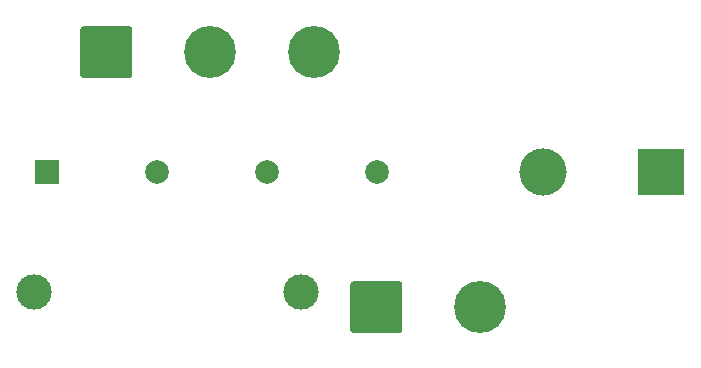
<source format=gbr>
%TF.GenerationSoftware,KiCad,Pcbnew,5.1.9-73d0e3b20d~88~ubuntu20.04.1*%
%TF.CreationDate,2021-03-31T16:28:09+02:00*%
%TF.ProjectId,fuente1,6675656e-7465-4312-9e6b-696361645f70,rev?*%
%TF.SameCoordinates,Original*%
%TF.FileFunction,Soldermask,Bot*%
%TF.FilePolarity,Negative*%
%FSLAX46Y46*%
G04 Gerber Fmt 4.6, Leading zero omitted, Abs format (unit mm)*
G04 Created by KiCad (PCBNEW 5.1.9-73d0e3b20d~88~ubuntu20.04.1) date 2021-03-31 16:28:09*
%MOMM*%
%LPD*%
G01*
G04 APERTURE LIST*
%ADD10R,4.000000X4.000000*%
%ADD11C,4.000000*%
%ADD12C,2.000000*%
%ADD13R,2.000000X2.000000*%
%ADD14C,3.000000*%
%ADD15C,4.400000*%
G04 APERTURE END LIST*
D10*
%TO.C,C1*%
X90170000Y-87630000D03*
D11*
X80170000Y-87630000D03*
%TD*%
D12*
%TO.C,D1*%
X66090001Y-87630000D03*
X56750001Y-87630000D03*
X47450001Y-87630000D03*
D13*
X38150001Y-87630000D03*
%TD*%
D14*
%TO.C,F1*%
X59690000Y-97790000D03*
X37090000Y-97790000D03*
%TD*%
%TO.C,J1*%
G36*
G01*
X40980000Y-79420001D02*
X40980000Y-75519999D01*
G75*
G02*
X41229999Y-75270000I249999J0D01*
G01*
X45130001Y-75270000D01*
G75*
G02*
X45380000Y-75519999I0J-249999D01*
G01*
X45380000Y-79420001D01*
G75*
G02*
X45130001Y-79670000I-249999J0D01*
G01*
X41229999Y-79670000D01*
G75*
G02*
X40980000Y-79420001I0J249999D01*
G01*
G37*
D15*
X51980000Y-77470000D03*
X60780000Y-77470000D03*
%TD*%
%TO.C,J2*%
G36*
G01*
X63840000Y-101010001D02*
X63840000Y-97109999D01*
G75*
G02*
X64089999Y-96860000I249999J0D01*
G01*
X67990001Y-96860000D01*
G75*
G02*
X68240000Y-97109999I0J-249999D01*
G01*
X68240000Y-101010001D01*
G75*
G02*
X67990001Y-101260000I-249999J0D01*
G01*
X64089999Y-101260000D01*
G75*
G02*
X63840000Y-101010001I0J249999D01*
G01*
G37*
X74840000Y-99060000D03*
%TD*%
M02*

</source>
